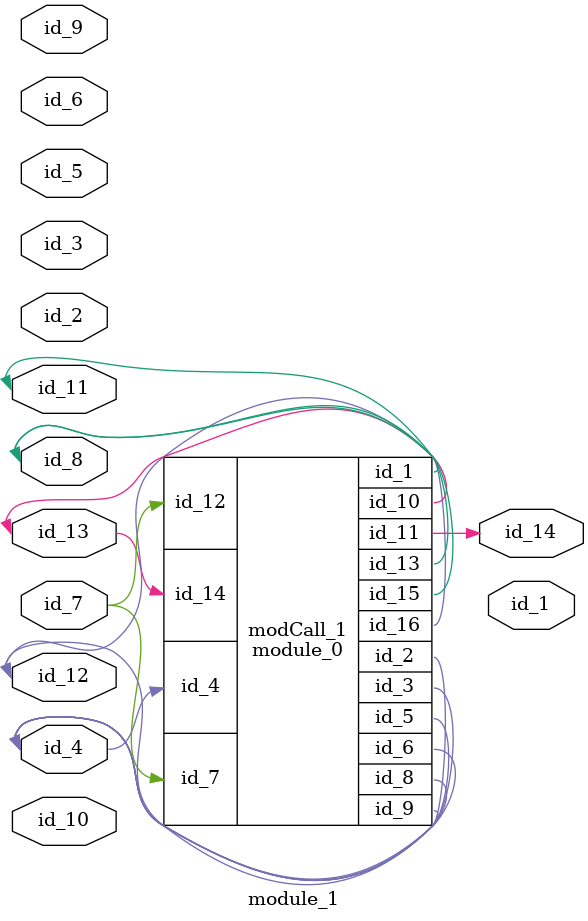
<source format=v>
module module_0 (
    id_1,
    id_2,
    id_3,
    id_4,
    id_5,
    id_6,
    id_7,
    id_8,
    id_9,
    id_10,
    id_11,
    id_12,
    id_13,
    id_14,
    id_15,
    id_16
);
  inout wire id_16;
  inout wire id_15;
  input wire id_14;
  inout wire id_13;
  input wire id_12;
  output wire id_11;
  inout wire id_10;
  output wire id_9;
  output wire id_8;
  input wire id_7;
  output wire id_6;
  output wire id_5;
  input wire id_4;
  inout wire id_3;
  output wire id_2;
  output wire id_1;
  wire id_17;
  wor  id_18 = 1 == 1;
  wire id_19;
  wire  id_20  ,  id_21  ,  id_22  ,  id_23  ,  id_24  ,  id_25  ,  id_26  ,  id_27  ,  id_28  ,  id_29  ,  id_30  ,  id_31  ,  id_32  ,  id_33  ,  id_34  ,  id_35  ,  id_36  ,  id_37  ;
endmodule
module module_1 (
    id_1,
    id_2,
    id_3,
    id_4,
    id_5,
    id_6,
    id_7,
    id_8,
    id_9,
    id_10,
    id_11,
    id_12,
    id_13,
    id_14
);
  output wire id_14;
  inout wire id_13;
  inout wire id_12;
  inout wire id_11;
  input wire id_10;
  input wire id_9;
  inout wire id_8;
  input wire id_7;
  inout wire id_6;
  inout wire id_5;
  inout wire id_4;
  input wire id_3;
  inout wire id_2;
  output wire id_1;
  wire id_15 = ($realtime ? id_11 : -1);
  module_0 modCall_1 (
      id_8,
      id_12,
      id_4,
      id_4,
      id_4,
      id_4,
      id_7,
      id_4,
      id_4,
      id_13,
      id_14,
      id_7,
      id_11,
      id_13,
      id_8,
      id_12
  );
endmodule

</source>
